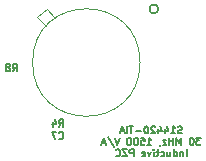
<source format=gbr>
G04 #@! TF.GenerationSoftware,KiCad,Pcbnew,(5.99.0-2215-gb084305b1)*
G04 #@! TF.CreationDate,2020-09-12T17:30:21-04:00*
G04 #@! TF.ProjectId,kicad-sipm,6b696361-642d-4736-9970-6d2e6b696361,rev?*
G04 #@! TF.SameCoordinates,Original*
G04 #@! TF.FileFunction,Legend,Bot*
G04 #@! TF.FilePolarity,Positive*
%FSLAX46Y46*%
G04 Gerber Fmt 4.6, Leading zero omitted, Abs format (unit mm)*
G04 Created by KiCad (PCBNEW (5.99.0-2215-gb084305b1)) date 2020-09-12 17:30:21*
%MOMM*%
%LPD*%
G01*
G04 APERTURE LIST*
%ADD10C,0.150000*%
%ADD11C,0.152400*%
%ADD12C,0.120000*%
G04 APERTURE END LIST*
D10*
X108100000Y-105976857D02*
X108014285Y-106005428D01*
X107871428Y-106005428D01*
X107814285Y-105976857D01*
X107785714Y-105948285D01*
X107757142Y-105891142D01*
X107757142Y-105834000D01*
X107785714Y-105776857D01*
X107814285Y-105748285D01*
X107871428Y-105719714D01*
X107985714Y-105691142D01*
X108042857Y-105662571D01*
X108071428Y-105634000D01*
X108100000Y-105576857D01*
X108100000Y-105519714D01*
X108071428Y-105462571D01*
X108042857Y-105434000D01*
X107985714Y-105405428D01*
X107842857Y-105405428D01*
X107757142Y-105434000D01*
X107185714Y-106005428D02*
X107528571Y-106005428D01*
X107357142Y-106005428D02*
X107357142Y-105405428D01*
X107414285Y-105491142D01*
X107471428Y-105548285D01*
X107528571Y-105576857D01*
X106671428Y-105605428D02*
X106671428Y-106005428D01*
X106814285Y-105376857D02*
X106957142Y-105805428D01*
X106585714Y-105805428D01*
X106100000Y-105605428D02*
X106100000Y-106005428D01*
X106242857Y-105376857D02*
X106385714Y-105805428D01*
X106014285Y-105805428D01*
X105814285Y-105462571D02*
X105785714Y-105434000D01*
X105728571Y-105405428D01*
X105585714Y-105405428D01*
X105528571Y-105434000D01*
X105500000Y-105462571D01*
X105471428Y-105519714D01*
X105471428Y-105576857D01*
X105500000Y-105662571D01*
X105842857Y-106005428D01*
X105471428Y-106005428D01*
X105100000Y-105405428D02*
X105042857Y-105405428D01*
X104985714Y-105434000D01*
X104957142Y-105462571D01*
X104928571Y-105519714D01*
X104900000Y-105634000D01*
X104900000Y-105776857D01*
X104928571Y-105891142D01*
X104957142Y-105948285D01*
X104985714Y-105976857D01*
X105042857Y-106005428D01*
X105100000Y-106005428D01*
X105157142Y-105976857D01*
X105185714Y-105948285D01*
X105214285Y-105891142D01*
X105242857Y-105776857D01*
X105242857Y-105634000D01*
X105214285Y-105519714D01*
X105185714Y-105462571D01*
X105157142Y-105434000D01*
X105100000Y-105405428D01*
X104642857Y-105776857D02*
X104185714Y-105776857D01*
X103985714Y-105405428D02*
X103642857Y-105405428D01*
X103814285Y-106005428D02*
X103814285Y-105405428D01*
X103442857Y-106005428D02*
X103442857Y-105405428D01*
X103185714Y-105834000D02*
X102900000Y-105834000D01*
X103242857Y-106005428D02*
X103042857Y-105405428D01*
X102842857Y-106005428D01*
X109685714Y-106371428D02*
X109314285Y-106371428D01*
X109514285Y-106600000D01*
X109428571Y-106600000D01*
X109371428Y-106628571D01*
X109342857Y-106657142D01*
X109314285Y-106714285D01*
X109314285Y-106857142D01*
X109342857Y-106914285D01*
X109371428Y-106942857D01*
X109428571Y-106971428D01*
X109600000Y-106971428D01*
X109657142Y-106942857D01*
X109685714Y-106914285D01*
X108942857Y-106371428D02*
X108885714Y-106371428D01*
X108828571Y-106400000D01*
X108800000Y-106428571D01*
X108771428Y-106485714D01*
X108742857Y-106600000D01*
X108742857Y-106742857D01*
X108771428Y-106857142D01*
X108800000Y-106914285D01*
X108828571Y-106942857D01*
X108885714Y-106971428D01*
X108942857Y-106971428D01*
X109000000Y-106942857D01*
X109028571Y-106914285D01*
X109057142Y-106857142D01*
X109085714Y-106742857D01*
X109085714Y-106600000D01*
X109057142Y-106485714D01*
X109028571Y-106428571D01*
X109000000Y-106400000D01*
X108942857Y-106371428D01*
X108028571Y-106971428D02*
X108028571Y-106371428D01*
X107828571Y-106800000D01*
X107628571Y-106371428D01*
X107628571Y-106971428D01*
X107342857Y-106971428D02*
X107342857Y-106371428D01*
X107342857Y-106657142D02*
X107000000Y-106657142D01*
X107000000Y-106971428D02*
X107000000Y-106371428D01*
X106771428Y-106571428D02*
X106457142Y-106571428D01*
X106771428Y-106971428D01*
X106457142Y-106971428D01*
X106200000Y-106942857D02*
X106200000Y-106971428D01*
X106228571Y-107028571D01*
X106257142Y-107057142D01*
X105171428Y-106971428D02*
X105514285Y-106971428D01*
X105342857Y-106971428D02*
X105342857Y-106371428D01*
X105400000Y-106457142D01*
X105457142Y-106514285D01*
X105514285Y-106542857D01*
X104628571Y-106371428D02*
X104914285Y-106371428D01*
X104942857Y-106657142D01*
X104914285Y-106628571D01*
X104857142Y-106600000D01*
X104714285Y-106600000D01*
X104657142Y-106628571D01*
X104628571Y-106657142D01*
X104600000Y-106714285D01*
X104600000Y-106857142D01*
X104628571Y-106914285D01*
X104657142Y-106942857D01*
X104714285Y-106971428D01*
X104857142Y-106971428D01*
X104914285Y-106942857D01*
X104942857Y-106914285D01*
X104228571Y-106371428D02*
X104171428Y-106371428D01*
X104114285Y-106400000D01*
X104085714Y-106428571D01*
X104057142Y-106485714D01*
X104028571Y-106600000D01*
X104028571Y-106742857D01*
X104057142Y-106857142D01*
X104085714Y-106914285D01*
X104114285Y-106942857D01*
X104171428Y-106971428D01*
X104228571Y-106971428D01*
X104285714Y-106942857D01*
X104314285Y-106914285D01*
X104342857Y-106857142D01*
X104371428Y-106742857D01*
X104371428Y-106600000D01*
X104342857Y-106485714D01*
X104314285Y-106428571D01*
X104285714Y-106400000D01*
X104228571Y-106371428D01*
X103657142Y-106371428D02*
X103600000Y-106371428D01*
X103542857Y-106400000D01*
X103514285Y-106428571D01*
X103485714Y-106485714D01*
X103457142Y-106600000D01*
X103457142Y-106742857D01*
X103485714Y-106857142D01*
X103514285Y-106914285D01*
X103542857Y-106942857D01*
X103600000Y-106971428D01*
X103657142Y-106971428D01*
X103714285Y-106942857D01*
X103742857Y-106914285D01*
X103771428Y-106857142D01*
X103800000Y-106742857D01*
X103800000Y-106600000D01*
X103771428Y-106485714D01*
X103742857Y-106428571D01*
X103714285Y-106400000D01*
X103657142Y-106371428D01*
X102828571Y-106371428D02*
X102628571Y-106971428D01*
X102428571Y-106371428D01*
X101800000Y-106342857D02*
X102314285Y-107114285D01*
X101628571Y-106800000D02*
X101342857Y-106800000D01*
X101685714Y-106971428D02*
X101485714Y-106371428D01*
X101285714Y-106971428D01*
X108485714Y-107937428D02*
X108485714Y-107337428D01*
X108200000Y-107537428D02*
X108200000Y-107937428D01*
X108200000Y-107594571D02*
X108171428Y-107566000D01*
X108114285Y-107537428D01*
X108028571Y-107537428D01*
X107971428Y-107566000D01*
X107942857Y-107623142D01*
X107942857Y-107937428D01*
X107400000Y-107937428D02*
X107400000Y-107337428D01*
X107400000Y-107908857D02*
X107457142Y-107937428D01*
X107571428Y-107937428D01*
X107628571Y-107908857D01*
X107657142Y-107880285D01*
X107685714Y-107823142D01*
X107685714Y-107651714D01*
X107657142Y-107594571D01*
X107628571Y-107566000D01*
X107571428Y-107537428D01*
X107457142Y-107537428D01*
X107400000Y-107566000D01*
X106857142Y-107537428D02*
X106857142Y-107937428D01*
X107114285Y-107537428D02*
X107114285Y-107851714D01*
X107085714Y-107908857D01*
X107028571Y-107937428D01*
X106942857Y-107937428D01*
X106885714Y-107908857D01*
X106857142Y-107880285D01*
X106314285Y-107908857D02*
X106371428Y-107937428D01*
X106485714Y-107937428D01*
X106542857Y-107908857D01*
X106571428Y-107880285D01*
X106600000Y-107823142D01*
X106600000Y-107651714D01*
X106571428Y-107594571D01*
X106542857Y-107566000D01*
X106485714Y-107537428D01*
X106371428Y-107537428D01*
X106314285Y-107566000D01*
X106142857Y-107537428D02*
X105914285Y-107537428D01*
X106057142Y-107337428D02*
X106057142Y-107851714D01*
X106028571Y-107908857D01*
X105971428Y-107937428D01*
X105914285Y-107937428D01*
X105714285Y-107937428D02*
X105714285Y-107537428D01*
X105714285Y-107337428D02*
X105742857Y-107366000D01*
X105714285Y-107394571D01*
X105685714Y-107366000D01*
X105714285Y-107337428D01*
X105714285Y-107394571D01*
X105485714Y-107537428D02*
X105342857Y-107937428D01*
X105200000Y-107537428D01*
X104742857Y-107908857D02*
X104800000Y-107937428D01*
X104914285Y-107937428D01*
X104971428Y-107908857D01*
X105000000Y-107851714D01*
X105000000Y-107623142D01*
X104971428Y-107566000D01*
X104914285Y-107537428D01*
X104800000Y-107537428D01*
X104742857Y-107566000D01*
X104714285Y-107623142D01*
X104714285Y-107680285D01*
X105000000Y-107737428D01*
X104000000Y-107937428D02*
X104000000Y-107337428D01*
X103771428Y-107337428D01*
X103714285Y-107366000D01*
X103685714Y-107394571D01*
X103657142Y-107451714D01*
X103657142Y-107537428D01*
X103685714Y-107594571D01*
X103714285Y-107623142D01*
X103771428Y-107651714D01*
X104000000Y-107651714D01*
X103457142Y-107337428D02*
X103057142Y-107337428D01*
X103457142Y-107937428D01*
X103057142Y-107937428D01*
X102485714Y-107880285D02*
X102514285Y-107908857D01*
X102600000Y-107937428D01*
X102657142Y-107937428D01*
X102742857Y-107908857D01*
X102800000Y-107851714D01*
X102828571Y-107794571D01*
X102857142Y-107680285D01*
X102857142Y-107594571D01*
X102828571Y-107480285D01*
X102800000Y-107423142D01*
X102742857Y-107366000D01*
X102657142Y-107337428D01*
X102600000Y-107337428D01*
X102514285Y-107366000D01*
X102485714Y-107394571D01*
X93757400Y-100736428D02*
X93957400Y-100450714D01*
X94100257Y-100736428D02*
X94100257Y-100136428D01*
X93871685Y-100136428D01*
X93814542Y-100165000D01*
X93785971Y-100193571D01*
X93757400Y-100250714D01*
X93757400Y-100336428D01*
X93785971Y-100393571D01*
X93814542Y-100422142D01*
X93871685Y-100450714D01*
X94100257Y-100450714D01*
X93414542Y-100393571D02*
X93471685Y-100365000D01*
X93500257Y-100336428D01*
X93528828Y-100279285D01*
X93528828Y-100250714D01*
X93500257Y-100193571D01*
X93471685Y-100165000D01*
X93414542Y-100136428D01*
X93300257Y-100136428D01*
X93243114Y-100165000D01*
X93214542Y-100193571D01*
X93185971Y-100250714D01*
X93185971Y-100279285D01*
X93214542Y-100336428D01*
X93243114Y-100365000D01*
X93300257Y-100393571D01*
X93414542Y-100393571D01*
X93471685Y-100422142D01*
X93500257Y-100450714D01*
X93528828Y-100507857D01*
X93528828Y-100622142D01*
X93500257Y-100679285D01*
X93471685Y-100707857D01*
X93414542Y-100736428D01*
X93300257Y-100736428D01*
X93243114Y-100707857D01*
X93214542Y-100679285D01*
X93185971Y-100622142D01*
X93185971Y-100507857D01*
X93214542Y-100450714D01*
X93243114Y-100422142D01*
X93300257Y-100393571D01*
X97700000Y-105421428D02*
X97900000Y-105135714D01*
X98042857Y-105421428D02*
X98042857Y-104821428D01*
X97814285Y-104821428D01*
X97757142Y-104850000D01*
X97728571Y-104878571D01*
X97700000Y-104935714D01*
X97700000Y-105021428D01*
X97728571Y-105078571D01*
X97757142Y-105107142D01*
X97814285Y-105135714D01*
X98042857Y-105135714D01*
X97185714Y-105021428D02*
X97185714Y-105421428D01*
X97328571Y-104792857D02*
X97471428Y-105221428D01*
X97100000Y-105221428D01*
X97675000Y-106439285D02*
X97703571Y-106467857D01*
X97789285Y-106496428D01*
X97846428Y-106496428D01*
X97932142Y-106467857D01*
X97989285Y-106410714D01*
X98017857Y-106353571D01*
X98046428Y-106239285D01*
X98046428Y-106153571D01*
X98017857Y-106039285D01*
X97989285Y-105982142D01*
X97932142Y-105925000D01*
X97846428Y-105896428D01*
X97789285Y-105896428D01*
X97703571Y-105925000D01*
X97675000Y-105953571D01*
X97475000Y-105896428D02*
X97075000Y-105896428D01*
X97332142Y-106496428D01*
D11*
X106106000Y-95463300D02*
G75*
G03*
X106106000Y-95463300I-381000J0D01*
G01*
D12*
X95850000Y-96150000D02*
X96550000Y-96950000D01*
X95950000Y-96050000D02*
X95850000Y-96150000D01*
X96650000Y-95450000D02*
X95950000Y-96050000D01*
X97350000Y-96250000D02*
X96650000Y-95450000D01*
X104550000Y-100000000D02*
G75*
G03*
X104550000Y-100000000I-4550000J0D01*
G01*
M02*

</source>
